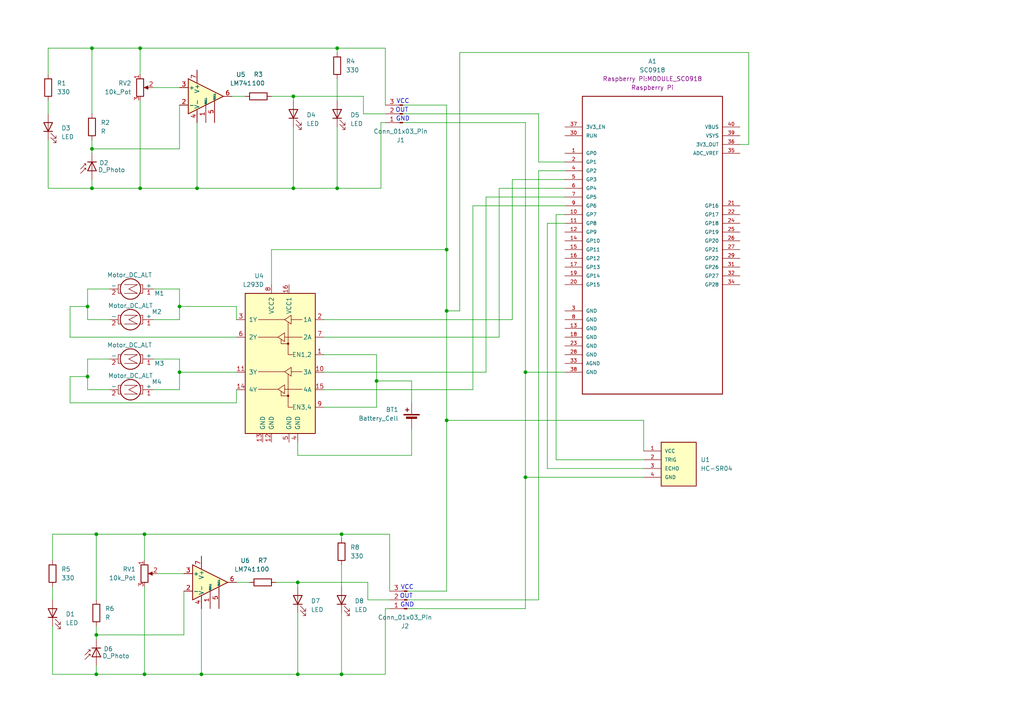
<source format=kicad_sch>
(kicad_sch (version 20231120) (generator "eeschema") (generator_version "8.0")
  (paper "A4")
  (lib_symbols
    (symbol "Amplifier_Operational:LM741" (pin_names (offset 0.127))
      (property "Reference" "U" (at 0 6.35 0))
      (property "Value" "LM741" (at 0 3.81 0))
      (symbol "LM741_0_1"
        (polyline (pts (xy -5.08 5.08) (xy 5.08 0) (xy -5.08 -5.08) (xy -5.08 5.08)) (stroke (width 0.254)) (fill (type background)))
      )
      (symbol "LM741_1_1"
        (pin input line (at 0 -7.62 90) (length 5.08) (name "NULL") (number "1"))
        (pin input line (at -7.62 -2.54 0) (length 2.54) (name "-") (number "2"))
        (pin input line (at -7.62 2.54 0) (length 2.54) (name "+") (number "3"))
        (pin power_in line (at -2.54 -7.62 90) (length 3.81) (name "V-") (number "4"))
        (pin input line (at 2.54 -7.62 90) (length 6.35) (name "NULL") (number "5"))
        (pin output line (at 7.62 0 180) (length 2.54) (name "~") (number "6"))
        (pin power_in line (at -2.54 7.62 270) (length 3.81) (name "V+") (number "7"))
        (pin no_connect line (at 0 2.54 270) (length 2.54) hide (name "NC") (number "8"))
      )
    )
    (symbol "Connector:Conn_01x03_Pin" (pin_names (offset 1.016) hide)
      (property "Reference" "J" (at 0 5.08 0))
      (property "Value" "Conn_01x03_Pin" (at 0 -5.08 0))
      (symbol "Conn_01x03_Pin_1_1"
        (polyline (pts (xy 1.27 -2.54) (xy 0.8636 -2.54)) (stroke (width 0.1524)))
        (polyline (pts (xy 1.27 0) (xy 0.8636 0)) (stroke (width 0.1524)))
        (polyline (pts (xy 1.27 2.54) (xy 0.8636 2.54)) (stroke (width 0.1524)))
        (rectangle (start 0.8636 -2.413) (end 0 -2.667) (stroke (width 0.1524)) (fill (type outline)))
        (rectangle (start 0.8636 0.127) (end 0 -0.127) (stroke (width 0.1524)) (fill (type outline)))
        (rectangle (start 0.8636 2.667) (end 0 2.413) (stroke (width 0.1524)) (fill (type outline)))
        (pin passive line (at 5.08 2.54 180) (length 3.81) (name "Pin_1") (number "1"))
        (pin passive line (at 5.08 0 180) (length 3.81) (name "Pin_2") (number "2"))
        (pin passive line (at 5.08 -2.54 180) (length 3.81) (name "Pin_3") (number "3"))
      )
    )
    (symbol "Device:Battery_Cell" (pin_numbers hide) (pin_names (offset 0) hide)
      (property "Reference" "BT" (at 2.54 2.54 0))
      (property "Value" "Battery_Cell" (at 2.54 0 0))
      (symbol "Battery_Cell_0_1"
        (rectangle (start -2.286 1.778) (end 2.286 1.524) (fill (type outline)))
        (rectangle (start -1.524 1.016) (end 1.524 0.508) (fill (type outline)))
        (polyline (pts (xy 0 0.762) (xy 0 0)))
        (polyline (pts (xy 0 1.778) (xy 0 2.54)))
        (polyline (pts (xy 0.762 3.048) (xy 1.778 3.048)) (stroke (width 0.254)))
        (polyline (pts (xy 1.27 3.556) (xy 1.27 2.54)) (stroke (width 0.254)))
      )
      (symbol "Battery_Cell_1_1"
        (pin passive line (at 0 5.08 270) (length 2.54) (name "+") (number "1"))
        (pin passive line (at 0 -2.54 90) (length 2.54) (name "-") (number "2"))
      )
    )
    (symbol "Device:D_Photo" (pin_numbers hide) (pin_names hide)
      (property "Reference" "D" (at 0.508 1.778 0))
      (property "Value" "D_Photo" (at -1.016 -2.794 0))
      (symbol "D_Photo_0_1"
        (polyline (pts (xy -2.54 1.27) (xy -2.54 -1.27)) (stroke (width 0.254)))
        (polyline (pts (xy -2.032 1.778) (xy -1.524 1.778)))
        (polyline (pts (xy 0 0) (xy -2.54 0)))
        (polyline (pts (xy -0.508 3.302) (xy -2.032 1.778) (xy -2.032 2.286)))
        (polyline (pts (xy 0 -1.27) (xy 0 1.27) (xy -2.54 0) (xy 0 -1.27)) (stroke (width 0.254)))
        (polyline (pts (xy 0.762 3.302) (xy -0.762 1.778) (xy -0.762 2.286) (xy -0.762 1.778) (xy -0.254 1.778)))
      )
      (symbol "D_Photo_1_1"
        (pin passive line (at -5.08 0 0) (length 2.54) (name "K") (number "1"))
        (pin passive line (at 2.54 0 180) (length 2.54) (name "A") (number "2"))
      )
    )
    (symbol "Device:LED" (pin_numbers hide) (pin_names (offset 1.016) hide)
      (property "Reference" "D" (at 0 2.54 0))
      (property "Value" "LED" (at 0 -2.54 0))
      (symbol "LED_0_1"
        (polyline (pts (xy -1.27 -1.27) (xy -1.27 1.27)) (stroke (width 0.254)))
        (polyline (pts (xy -1.27 0) (xy 1.27 0)))
        (polyline (pts (xy 1.27 -1.27) (xy 1.27 1.27) (xy -1.27 0) (xy 1.27 -1.27)) (stroke (width 0.254)))
        (polyline (pts (xy -3.048 -0.762) (xy -4.572 -2.286) (xy -3.81 -2.286) (xy -4.572 -2.286) (xy -4.572 -1.524)))
        (polyline (pts (xy -1.778 -0.762) (xy -3.302 -2.286) (xy -2.54 -2.286) (xy -3.302 -2.286) (xy -3.302 -1.524)))
      )
      (symbol "LED_1_1"
        (pin passive line (at -3.81 0 0) (length 2.54) (name "K") (number "1"))
        (pin passive line (at 3.81 0 180) (length 2.54) (name "A") (number "2"))
      )
    )
    (symbol "Device:R" (pin_numbers hide) (pin_names (offset 0))
      (property "Reference" "R" (at 2.032 0 90))
      (property "Value" "R" (at 0 0 90))
      (symbol "R_0_1"
        (rectangle (start -1.016 -2.54) (end 1.016 2.54) (stroke (width 0.254)))
      )
      (symbol "R_1_1"
        (pin passive line (at 0 3.81 270) (length 1.27) (name "~") (number "1"))
        (pin passive line (at 0 -3.81 90) (length 1.27) (name "~") (number "2"))
      )
    )
    (symbol "Device:R_Potentiometer" (pin_names (offset 1.016) hide)
      (property "Reference" "RV" (at -4.445 0 90))
      (property "Value" "R_Potentiometer" (at -2.54 0 90))
      (symbol "R_Potentiometer_0_1"
        (polyline (pts (xy 2.54 0) (xy 1.524 0)))
        (polyline (pts (xy 1.143 0) (xy 2.286 0.508) (xy 2.286 -0.508) (xy 1.143 0)) (fill (type outline)))
        (rectangle (start 1.016 2.54) (end -1.016 -2.54) (stroke (width 0.254)))
      )
      (symbol "R_Potentiometer_1_1"
        (pin passive line (at 0 3.81 270) (length 1.27) (name "1") (number "1"))
        (pin passive line (at 3.81 0 180) (length 1.27) (name "2") (number "2"))
        (pin passive line (at 0 -3.81 90) (length 1.27) (name "3") (number "3"))
      )
    )
    (symbol "Driver_Motor:L293D" (pin_names (offset 1.016))
      (property "Reference" "U" (at -5.08 26.035 0))
      (property "Value" "L293D" (at -5.08 24.13 0))
      (symbol "L293D_0_1"
        (rectangle (start -10.16 22.86) (end 10.16 -17.78) (stroke (width 0.254)) (fill (type background)))
        (circle (center -2.286 -6.858) (radius 0.254) (fill (type outline)))
        (circle (center -2.286 8.255) (radius 0.254) (fill (type outline)))
        (polyline (pts (xy -6.35 -4.953) (xy -1.27 -4.953)))
        (polyline (pts (xy -6.35 0.127) (xy -3.175 0.127)))
        (polyline (pts (xy -6.35 10.16) (xy -1.27 10.16)))
        (polyline (pts (xy -6.35 15.24) (xy -3.175 15.24)))
        (polyline (pts (xy -1.27 0.127) (xy 6.35 0.127)))
        (polyline (pts (xy -1.27 15.24) (xy 6.35 15.24)))
        (polyline (pts (xy 0.635 -4.953) (xy 6.35 -4.953)))
        (polyline (pts (xy 0.635 10.16) (xy 6.35 10.16)))
        (polyline (pts (xy -2.286 -6.858) (xy -0.254 -6.858) (xy -0.254 -5.588)))
        (polyline (pts (xy -2.286 -0.635) (xy -2.286 -10.16) (xy -3.556 -10.16)))
        (polyline (pts (xy -2.286 8.255) (xy -0.254 8.255) (xy -0.254 9.525)))
        (polyline (pts (xy -2.286 14.478) (xy -2.286 5.08) (xy -3.556 5.08)))
        (polyline (pts (xy -3.175 1.397) (xy -3.175 -1.143) (xy -1.27 0.127) (xy -3.175 1.397)))
        (polyline (pts (xy -3.175 16.51) (xy -3.175 13.97) (xy -1.27 15.24) (xy -3.175 16.51)))
        (polyline (pts (xy -1.27 -3.683) (xy -1.27 -6.223) (xy 0.635 -4.953) (xy -1.27 -3.683)))
        (polyline (pts (xy -1.27 11.43) (xy -1.27 8.89) (xy 0.635 10.16) (xy -1.27 11.43)))
      )
      (symbol "L293D_1_1"
        (pin input line (at -12.7 5.08 0) (length 2.54) (name "EN1,2") (number "1"))
        (pin input line (at -12.7 0 0) (length 2.54) (name "3A") (number "10"))
        (pin output line (at 12.7 0 180) (length 2.54) (name "3Y") (number "11"))
        (pin power_in line (at 2.54 -20.32 90) (length 2.54) (name "GND") (number "12"))
        (pin power_in line (at 5.08 -20.32 90) (length 2.54) (name "GND") (number "13"))
        (pin output line (at 12.7 -5.08 180) (length 2.54) (name "4Y") (number "14"))
        (pin input line (at -12.7 -5.08 0) (length 2.54) (name "4A") (number "15"))
        (pin power_in line (at -2.54 25.4 270) (length 2.54) (name "VCC1") (number "16"))
        (pin input line (at -12.7 15.24 0) (length 2.54) (name "1A") (number "2"))
        (pin output line (at 12.7 15.24 180) (length 2.54) (name "1Y") (number "3"))
        (pin power_in line (at -5.08 -20.32 90) (length 2.54) (name "GND") (number "4"))
        (pin power_in line (at -2.54 -20.32 90) (length 2.54) (name "GND") (number "5"))
        (pin output line (at 12.7 10.16 180) (length 2.54) (name "2Y") (number "6"))
        (pin input line (at -12.7 10.16 0) (length 2.54) (name "2A") (number "7"))
        (pin power_in line (at 2.54 25.4 270) (length 2.54) (name "VCC2") (number "8"))
        (pin input line (at -12.7 -10.16 0) (length 2.54) (name "EN3,4") (number "9"))
      )
    )
    (symbol "HC-SR04:HC-SR04" (pin_names (offset 1.016))
      (property "Reference" "U" (at 0 5.0813 0))
      (property "Value" "HC-SR04" (at 0 -10.163 0))
      (symbol "HC-SR04_0_0"
        (rectangle (start 0 -7.62) (end 10.16 5.08) (stroke (width 0.254)) (fill (type background)))
        (pin power_in line (at -5.08 2.54 0) (length 5.08) (name "VCC") (number "1"))
        (pin bidirectional line (at -5.08 0 0) (length 5.08) (name "TRIG") (number "2"))
        (pin bidirectional line (at -5.08 -2.54 0) (length 5.08) (name "ECHO") (number "3"))
        (pin power_in line (at -5.08 -5.08 0) (length 5.08) (name "GND") (number "4"))
      )
    )
    (symbol "Motor:Motor_DC_ALT" (pin_names (offset 0))
      (property "Reference" "M" (at 2.54 2.54 0))
      (property "Value" "Motor_DC_ALT" (at 2.54 -5.08 0))
      (symbol "Motor_DC_ALT_0_0"
        (circle (center 0 -1.524) (radius 2.9718) (stroke (width 0.254)))
        (polyline (pts (xy -1.27 -4.318) (xy -1.27 -5.08) (xy 1.27 -5.08) (xy 1.27 -4.318)))
        (polyline (pts (xy -1.27 1.27) (xy -1.27 2.032) (xy 1.27 2.032) (xy 1.27 1.27)))
        (polyline (pts (xy -1.27 -3.302) (xy -1.27 0.508) (xy 0 -2.032) (xy 1.27 0.508) (xy 1.27 -3.302)))
      )
      (symbol "Motor_DC_ALT_0_1"
        (polyline (pts (xy 0 2.032) (xy 0 2.54)))
      )
      (symbol "Motor_DC_ALT_1_1"
        (pin passive line (at 0 5.08 270) (length 2.54) (name "+") (number "1"))
        (pin passive line (at 0 -7.62 90) (length 2.54) (name "-") (number "2"))
      )
    )
    (symbol "Pico_w:SC0918" (pin_names (offset 1.016))
      (property "Reference" "A1" (at 0 58.42 0))
      (property "Value" "SC0918" (at 0 55.88 0))
      (property "Footprint" "Raspberry Pi:MODULE_SC0918" (at -12.7 -46.99 0))
      (property "manufacturer" "Raspberry Pi" (at 0 53.34 0))
      (symbol "SC0918_0_0"
        (rectangle (start -20.32 -43.18) (end 20.32 43.18) (stroke (width 0.254)))
        (pin bidirectional line (at -25.4 26.67 0) (length 5.08) (name "GP0") (number "1"))
        (pin bidirectional line (at -25.4 8.89 0) (length 5.08) (name "GP7") (number "10"))
        (pin bidirectional line (at -25.4 6.35 0) (length 5.08) (name "GP8") (number "11"))
        (pin bidirectional line (at -25.4 3.81 0) (length 5.08) (name "GP9") (number "12"))
        (pin power_in line (at -25.4 -24.13 0) (length 5.08) (name "GND") (number "13"))
        (pin bidirectional line (at -25.4 1.27 0) (length 5.08) (name "GP10") (number "14"))
        (pin bidirectional line (at -25.4 -1.27 0) (length 5.08) (name "GP11") (number "15"))
        (pin bidirectional line (at -25.4 -3.81 0) (length 5.08) (name "GP12") (number "16"))
        (pin bidirectional line (at -25.4 -6.35 0) (length 5.08) (name "GP13") (number "17"))
        (pin power_in line (at -25.4 -26.67 0) (length 5.08) (name "GND") (number "18"))
        (pin bidirectional line (at -25.4 -8.89 0) (length 5.08) (name "GP14") (number "19"))
        (pin bidirectional line (at -25.4 24.13 0) (length 5.08) (name "GP1") (number "2"))
        (pin bidirectional line (at -25.4 -11.43 0) (length 5.08) (name "GP15") (number "20"))
        (pin bidirectional line (at 25.4 11.43 180) (length 5.08) (name "GP16") (number "21"))
        (pin bidirectional line (at 25.4 8.89 180) (length 5.08) (name "GP17") (number "22"))
        (pin power_in line (at -25.4 -29.21 0) (length 5.08) (name "GND") (number "23"))
        (pin bidirectional line (at 25.4 6.35 180) (length 5.08) (name "GP18") (number "24"))
        (pin bidirectional line (at 25.4 3.81 180) (length 5.08) (name "GP19") (number "25"))
        (pin bidirectional line (at 25.4 1.27 180) (length 5.08) (name "GP20") (number "26"))
        (pin bidirectional line (at 25.4 -1.27 180) (length 5.08) (name "GP21") (number "27"))
        (pin power_in line (at -25.4 -31.75 0) (length 5.08) (name "GND") (number "28"))
        (pin bidirectional line (at 25.4 -3.81 180) (length 5.08) (name "GP22") (number "29"))
        (pin power_in line (at -25.4 -19.05 0) (length 5.08) (name "GND") (number "3"))
        (pin input line (at -25.4 31.75 0) (length 5.08) (name "RUN") (number "30"))
        (pin bidirectional line (at 25.4 -6.35 180) (length 5.08) (name "GP26") (number "31"))
        (pin bidirectional line (at 25.4 -8.89 180) (length 5.08) (name "GP27") (number "32"))
        (pin power_in line (at -25.4 -34.29 0) (length 5.08) (name "AGND") (number "33"))
        (pin bidirectional line (at 25.4 -11.43 180) (length 5.08) (name "GP28") (number "34"))
        (pin power_in line (at 25.4 26.67 180) (length 5.08) (name "ADC_VREF") (number "35"))
        (pin power_in line (at 25.4 29.21 180) (length 5.08) (name "3V3_OUT") (number "36"))
        (pin input line (at -25.4 34.29 0) (length 5.08) (name "3V3_EN") (number "37"))
        (pin power_in line (at -25.4 -36.83 0) (length 5.08) (name "GND") (number "38"))
        (pin free line (at 25.4 31.75 180) (length 5.08) (name "VSYS") (number "39"))
        (pin bidirectional line (at -25.4 21.59 0) (length 5.08) (name "GP2") (number "4"))
        (pin free line (at 25.4 34.29 180) (length 5.08) (name "VBUS") (number "40"))
        (pin bidirectional line (at -25.4 19.05 0) (length 5.08) (name "GP3") (number "5"))
        (pin bidirectional line (at -25.4 16.51 0) (length 5.08) (name "GP4") (number "6"))
        (pin bidirectional line (at -25.4 13.97 0) (length 5.08) (name "GP5") (number "7"))
        (pin power_in line (at -25.4 -21.59 0) (length 5.08) (name "GND") (number "8"))
        (pin bidirectional line (at -25.4 11.43 0) (length 5.08) (name "GP6") (number "9"))
      )
    )
  )
  (junction (at 58.42 195.58))
  (junction (at 27.94 154.94))
  (junction (at 40.64 54.61))
  (junction (at 99.06 154.94))
  (junction (at 97.79 54.61))
  (junction (at 129.54 72.39))
  (junction (at 57.15 54.61))
  (junction (at 27.94 195.58))
  (junction (at 41.91 195.58))
  (junction (at 25.4 109.22))
  (junction (at 97.79 13.97))
  (junction (at 26.67 13.97))
  (junction (at 25.4 88.9))
  (junction (at 27.94 184.15))
  (junction (at 41.91 154.94))
  (junction (at 86.36 195.58))
  (junction (at 99.06 195.58))
  (junction (at 129.54 90.17))
  (junction (at 109.22 110.49))
  (junction (at 40.64 13.97))
  (junction (at 85.09 27.94))
  (junction (at 152.4 138.43))
  (junction (at 152.4 107.95))
  (junction (at 86.36 168.91))
  (junction (at 26.67 43.18))
  (junction (at 85.09 54.61))
  (junction (at 52.07 88.9))
  (junction (at 26.67 54.61))
  (junction (at 129.54 121.92))
  (junction (at 52.07 107.95))
  (wire (pts (xy 109.22 118.11) (xy 109.22 110.49)))
  (wire (pts (xy 133.35 90.17) (xy 133.35 15.24)))
  (wire (pts (xy 27.94 184.15) (xy 27.94 185.42)))
  (wire (pts (xy 129.54 30.48) (xy 129.54 72.39)))
  (wire (pts (xy 25.4 92.71) (xy 31.75 92.71)))
  (wire (pts (xy 144.78 97.79) (xy 144.78 54.61)))
  (wire (pts (xy 52.07 107.95) (xy 52.07 113.03)))
  (wire (pts (xy 86.36 132.08) (xy 86.36 128.27)))
  (wire (pts (xy 41.91 195.58) (xy 41.91 170.18)))
  (wire (pts (xy 113.03 154.94) (xy 99.06 154.94)))
  (wire (pts (xy 148.59 92.71) (xy 148.59 52.07)))
  (wire (pts (xy 161.29 133.35) (xy 161.29 62.23)))
  (wire (pts (xy 78.74 82.55) (xy 78.74 72.39)))
  (wire (pts (xy 186.69 138.43) (xy 152.4 138.43)))
  (wire (pts (xy 15.24 181.61) (xy 15.24 195.58)))
  (wire (pts (xy 86.36 177.8) (xy 86.36 195.58)))
  (wire (pts (xy 25.4 104.14) (xy 25.4 109.22)))
  (wire (pts (xy 25.4 83.82) (xy 25.4 88.9)))
  (wire (pts (xy 186.69 130.81) (xy 186.69 121.92)))
  (wire (pts (xy 137.16 113.03) (xy 137.16 59.69)))
  (wire (pts (xy 119.38 132.08) (xy 86.36 132.08)))
  (wire (pts (xy 53.34 171.45) (xy 53.34 184.15)))
  (wire (pts (xy 58.42 176.53) (xy 58.42 195.58)))
  (wire (pts (xy 186.69 135.89) (xy 158.75 135.89)))
  (wire (pts (xy 110.49 35.56) (xy 111.76 35.56)))
  (wire (pts (xy 111.76 195.58) (xy 111.76 176.53)))
  (wire (pts (xy 31.75 104.14) (xy 25.4 104.14)))
  (wire (pts (xy 109.22 110.49) (xy 119.38 110.49)))
  (wire (pts (xy 156.21 173.99) (xy 156.21 49.53)))
  (wire (pts (xy 140.97 107.95) (xy 140.97 57.15)))
  (wire (pts (xy 44.45 25.4) (xy 52.07 25.4)))
  (wire (pts (xy 105.41 33.02) (xy 111.76 33.02)))
  (wire (pts (xy 116.84 30.48) (xy 129.54 30.48)))
  (wire (pts (xy 15.24 170.18) (xy 15.24 173.99)))
  (wire (pts (xy 27.94 154.94) (xy 41.91 154.94)))
  (wire (pts (xy 106.68 173.99) (xy 113.03 173.99)))
  (wire (pts (xy 68.58 107.95) (xy 52.07 107.95)))
  (wire (pts (xy 27.94 181.61) (xy 27.94 184.15)))
  (wire (pts (xy 116.84 35.56) (xy 152.4 35.56)))
  (wire (pts (xy 129.54 90.17) (xy 133.35 90.17)))
  (wire (pts (xy 105.41 27.94) (xy 105.41 33.02)))
  (wire (pts (xy 118.11 171.45) (xy 129.54 171.45)))
  (wire (pts (xy 158.75 64.77) (xy 163.83 64.77)))
  (wire (pts (xy 86.36 168.91) (xy 106.68 168.91)))
  (wire (pts (xy 26.67 54.61) (xy 40.64 54.61)))
  (wire (pts (xy 27.94 195.58) (xy 41.91 195.58)))
  (wire (pts (xy 85.09 54.61) (xy 97.79 54.61)))
  (wire (pts (xy 57.15 54.61) (xy 85.09 54.61)))
  (wire (pts (xy 156.21 49.53) (xy 163.83 49.53)))
  (wire (pts (xy 140.97 57.15) (xy 163.83 57.15)))
  (wire (pts (xy 129.54 72.39) (xy 129.54 90.17)))
  (wire (pts (xy 68.58 116.84) (xy 20.32 116.84)))
  (wire (pts (xy 15.24 162.56) (xy 15.24 154.94)))
  (wire (pts (xy 68.58 88.9) (xy 68.58 92.71)))
  (wire (pts (xy 99.06 163.83) (xy 99.06 170.18)))
  (wire (pts (xy 68.58 168.91) (xy 72.39 168.91)))
  (wire (pts (xy 52.07 43.18) (xy 26.67 43.18)))
  (wire (pts (xy 111.76 30.48) (xy 111.76 13.97)))
  (wire (pts (xy 93.98 92.71) (xy 148.59 92.71)))
  (wire (pts (xy 13.97 40.64) (xy 13.97 54.61)))
  (wire (pts (xy 156.21 46.99) (xy 163.83 46.99)))
  (wire (pts (xy 26.67 13.97) (xy 40.64 13.97)))
  (wire (pts (xy 161.29 62.23) (xy 163.83 62.23)))
  (wire (pts (xy 41.91 154.94) (xy 41.91 162.56)))
  (wire (pts (xy 27.94 195.58) (xy 27.94 193.04)))
  (wire (pts (xy 99.06 154.94) (xy 99.06 156.21)))
  (wire (pts (xy 80.01 168.91) (xy 86.36 168.91)))
  (wire (pts (xy 93.98 97.79) (xy 144.78 97.79)))
  (wire (pts (xy 25.4 109.22) (xy 25.4 113.03)))
  (wire (pts (xy 119.38 110.49) (xy 119.38 116.84)))
  (wire (pts (xy 26.67 54.61) (xy 26.67 52.07)))
  (wire (pts (xy 68.58 116.84) (xy 68.58 113.03)))
  (wire (pts (xy 99.06 195.58) (xy 99.06 177.8)))
  (wire (pts (xy 97.79 54.61) (xy 110.49 54.61)))
  (wire (pts (xy 20.32 97.79) (xy 20.32 88.9)))
  (wire (pts (xy 25.4 88.9) (xy 25.4 92.71)))
  (wire (pts (xy 41.91 154.94) (xy 99.06 154.94)))
  (wire (pts (xy 25.4 88.9) (xy 20.32 88.9)))
  (wire (pts (xy 152.4 35.56) (xy 152.4 107.95)))
  (wire (pts (xy 26.67 43.18) (xy 26.67 44.45)))
  (wire (pts (xy 129.54 90.17) (xy 129.54 121.92)))
  (wire (pts (xy 85.09 27.94) (xy 85.09 29.21)))
  (wire (pts (xy 45.72 166.37) (xy 53.34 166.37)))
  (wire (pts (xy 25.4 113.03) (xy 31.75 113.03)))
  (wire (pts (xy 15.24 154.94) (xy 27.94 154.94)))
  (wire (pts (xy 93.98 113.03) (xy 137.16 113.03)))
  (wire (pts (xy 67.31 27.94) (xy 71.12 27.94)))
  (wire (pts (xy 13.97 29.21) (xy 13.97 33.02)))
  (wire (pts (xy 78.74 72.39) (xy 129.54 72.39)))
  (wire (pts (xy 97.79 22.86) (xy 97.79 29.21)))
  (wire (pts (xy 97.79 54.61) (xy 97.79 36.83)))
  (wire (pts (xy 40.64 54.61) (xy 57.15 54.61)))
  (wire (pts (xy 53.34 184.15) (xy 27.94 184.15)))
  (wire (pts (xy 25.4 109.22) (xy 20.32 109.22)))
  (wire (pts (xy 20.32 116.84) (xy 20.32 109.22)))
  (wire (pts (xy 152.4 107.95) (xy 163.83 107.95)))
  (wire (pts (xy 111.76 13.97) (xy 97.79 13.97)))
  (wire (pts (xy 52.07 113.03) (xy 44.45 113.03)))
  (wire (pts (xy 113.03 171.45) (xy 113.03 154.94)))
  (wire (pts (xy 52.07 88.9) (xy 52.07 92.71)))
  (wire (pts (xy 156.21 33.02) (xy 156.21 46.99)))
  (wire (pts (xy 217.17 15.24) (xy 217.17 41.91)))
  (wire (pts (xy 40.64 13.97) (xy 97.79 13.97)))
  (wire (pts (xy 93.98 107.95) (xy 140.97 107.95)))
  (wire (pts (xy 137.16 59.69) (xy 163.83 59.69)))
  (wire (pts (xy 68.58 97.79) (xy 20.32 97.79)))
  (wire (pts (xy 40.64 54.61) (xy 40.64 29.21)))
  (wire (pts (xy 148.59 52.07) (xy 163.83 52.07)))
  (wire (pts (xy 68.58 88.9) (xy 52.07 88.9)))
  (wire (pts (xy 13.97 13.97) (xy 26.67 13.97)))
  (wire (pts (xy 40.64 13.97) (xy 40.64 21.59)))
  (wire (pts (xy 186.69 133.35) (xy 161.29 133.35)))
  (wire (pts (xy 26.67 13.97) (xy 26.67 33.02)))
  (wire (pts (xy 13.97 21.59) (xy 13.97 13.97)))
  (wire (pts (xy 27.94 154.94) (xy 27.94 173.99)))
  (wire (pts (xy 52.07 30.48) (xy 52.07 43.18)))
  (wire (pts (xy 52.07 83.82) (xy 44.45 83.82)))
  (wire (pts (xy 133.35 15.24) (xy 217.17 15.24)))
  (wire (pts (xy 85.09 36.83) (xy 85.09 54.61)))
  (wire (pts (xy 116.84 33.02) (xy 156.21 33.02)))
  (wire (pts (xy 86.36 195.58) (xy 99.06 195.58)))
  (wire (pts (xy 158.75 135.89) (xy 158.75 64.77)))
  (wire (pts (xy 152.4 138.43) (xy 152.4 176.53)))
  (wire (pts (xy 119.38 124.46) (xy 119.38 132.08)))
  (wire (pts (xy 110.49 54.61) (xy 110.49 35.56)))
  (wire (pts (xy 144.78 54.61) (xy 163.83 54.61)))
  (wire (pts (xy 13.97 54.61) (xy 26.67 54.61)))
  (wire (pts (xy 52.07 104.14) (xy 44.45 104.14)))
  (wire (pts (xy 93.98 118.11) (xy 109.22 118.11)))
  (wire (pts (xy 58.42 195.58) (xy 86.36 195.58)))
  (wire (pts (xy 109.22 102.87) (xy 93.98 102.87)))
  (wire (pts (xy 85.09 27.94) (xy 105.41 27.94)))
  (wire (pts (xy 52.07 104.14) (xy 52.07 107.95)))
  (wire (pts (xy 26.67 40.64) (xy 26.67 43.18)))
  (wire (pts (xy 78.74 27.94) (xy 85.09 27.94)))
  (wire (pts (xy 217.17 41.91) (xy 214.63 41.91)))
  (wire (pts (xy 57.15 35.56) (xy 57.15 54.61)))
  (wire (pts (xy 97.79 13.97) (xy 97.79 15.24)))
  (wire (pts (xy 31.75 83.82) (xy 25.4 83.82)))
  (wire (pts (xy 152.4 107.95) (xy 152.4 138.43)))
  (wire (pts (xy 52.07 83.82) (xy 52.07 88.9)))
  (wire (pts (xy 118.11 176.53) (xy 152.4 176.53)))
  (wire (pts (xy 186.69 121.92) (xy 129.54 121.92)))
  (wire (pts (xy 41.91 195.58) (xy 58.42 195.58)))
  (wire (pts (xy 106.68 168.91) (xy 106.68 173.99)))
  (wire (pts (xy 99.06 195.58) (xy 111.76 195.58)))
  (wire (pts (xy 86.36 168.91) (xy 86.36 170.18)))
  (wire (pts (xy 15.24 195.58) (xy 27.94 195.58)))
  (wire (pts (xy 118.11 173.99) (xy 156.21 173.99)))
  (wire (pts (xy 109.22 110.49) (xy 109.22 102.87)))
  (wire (pts (xy 52.07 92.71) (xy 44.45 92.71)))
  (wire (pts (xy 129.54 121.92) (xy 129.54 171.45)))
  (wire (pts (xy 111.76 176.53) (xy 113.03 176.53)))
  (text "OUT" (at 116.586 32.004 0) (effects (font (size 1.27 1.27))))
  (text "GND\n" (at 118.11 175.514 0) (effects (font (size 1.27 1.27))))
  (text "OUT" (at 117.856 172.974 0) (effects (font (size 1.27 1.27))))
  (text "VCC" (at 118.11 170.434 0) (effects (font (size 1.27 1.27))))
  (text "VCC" (at 116.84 29.464 0) (effects (font (size 1.27 1.27))))
  (text "GND\n" (at 116.84 34.544 0) (effects (font (size 1.27 1.27))))
  (symbol (lib_id "Device:LED") (at 86.36 173.99 90) (unit 1)
    (property "Reference" "D7" (at 90.17 174.3074 90) (effects (justify right)))
    (property "Value" "LED" (at 90.17 176.8474 90) (effects (justify right)))
    (property "Description" "Light emitting diode" (effects (hide yes)))
  )
  (symbol (lib_id "Connector:Conn_01x03_Pin") (at 116.84 33.02 180) (unit 1)
    (property "Reference" "J1" (at 116.205 40.64 0))
    (property "Value" "Conn_01x03_Pin" (at 116.205 38.1 0))
    (property "Description" "Generic connector, single row, 01x03, script generated" (effects (hide yes)))
  )
  (symbol (lib_id "Device:D_Photo") (at 26.67 49.53 90) (mirror x) (unit 1)
    (property "Reference" "D2" (at 31.496 47.244 90) (effects (justify left)))
    (property "Value" "D_Photo" (at 36.322 49.276 90) (effects (justify left)))
    (property "Description" "Photodiode" (effects (hide yes)))
  )
  (symbol (lib_id "Connector:Conn_01x03_Pin") (at 118.11 173.99 180) (unit 1)
    (property "Reference" "J2" (at 117.475 181.61 0))
    (property "Value" "Conn_01x03_Pin" (at 117.475 179.07 0))
    (property "Description" "Generic connector, single row, 01x03, script generated" (effects (hide yes)))
  )
  (symbol (lib_id "Pico_w:SC0918") (at 189.23 71.12 0) (unit 1)
    (property "Reference" "A1" (at 189.23 17.78 0))
    (property "Value" "SC0918" (at 189.23 20.32 0))
    (property "Footprint" "Raspberry Pi:MODULE_SC0918" (at 189.23 22.86 0))
    (property "Datasheet" "https://datasheets.raspberrypi.com/picow/pico-w-datasheet.pdf" (effects (hide yes)))
    (property "manufacturer" "Raspberry Pi" (at 189.23 25.4 0))
    (property "P/N" "SC0918" (effects (hide yes)))
    (property "PARTREV" "1.6" (effects (hide yes)))
    (property "MAXIMUM_PACKAGE_HEIGHT" "3.73mm" (effects (hide yes)))
  )
  (symbol (lib_id "Amplifier_Operational:LM741") (at 59.69 27.94 0) (unit 1)
    (property "Reference" "U5" (at 69.85 21.6214 0))
    (property "Value" "LM741" (at 69.85 24.1614 0))
    (property "Datasheet" "http://www.ti.com/lit/ds/symlink/lm741.pdf" (effects (hide yes)))
    (property "Description" "Operational Amplifier, DIP-8/TO-99-8" (effects (hide yes)))
  )
  (symbol (lib_id "HC-SR04:HC-SR04") (at 191.77 133.35 0) (unit 1)
    (property "Reference" "U1" (at 203.2 133.3499 0) (effects (justify left)))
    (property "Value" "HC-SR04" (at 203.2 135.8899 0) (effects (justify left)))
    (property "Footprint" "HC-SR04:XCVR_HC-SR04" (effects (hide yes)))
    (property "MF" "OSEPP Electronics LTD" (effects (hide yes)))
    (property "Description_1" "\nUltrasonic Sensor Module,Rectangular,20-4000 mm,5 V,15 mA,Arduino Compatible | OSEPP HC-SR04\n" (effects (hide yes)))
    (property "Package" "None" (effects (hide yes)))
    (property "Price" "None" (effects (hide yes)))
    (property "Check_prices" "https://www.snapeda.com/parts/HC-SR04/Applied+Avionics/view-part/?ref=eda" (effects (hide yes)))
    (property "SnapEDA_Link" "https://www.snapeda.com/parts/HC-SR04/Applied+Avionics/view-part/?ref=snap" (effects (hide yes)))
    (property "MP" "HC-SR04" (effects (hide yes)))
    (property "Purchase-URL" "https://www.snapeda.com/api/url_track_click_mouser/?unipart_id=4702917&manufacturer=OSEPP Electronics LTD&part_name=HC-SR04&search_term=hc-sr04" (effects (hide yes)))
    (property "Availability" "In Stock" (effects (hide yes)))
    (property "MANUFACTURER" "Osepp" (effects (hide yes)))
  )
  (symbol (lib_id "Device:LED") (at 15.24 177.8 90) (unit 1)
    (property "Reference" "D1" (at 19.05 178.1174 90) (effects (justify right)))
    (property "Value" "LED" (at 19.05 180.6574 90) (effects (justify right)))
    (property "Description" "Light emitting diode" (effects (hide yes)))
  )
  (symbol (lib_id "Device:R") (at 76.2 168.91 90) (unit 1)
    (property "Reference" "R7" (at 76.2 162.56 90))
    (property "Value" "100" (at 76.2 165.1 90))
    (property "Description" "Resistor" (effects (hide yes)))
  )
  (symbol (lib_id "Device:R_Potentiometer") (at 41.91 166.37 0) (unit 1)
    (property "Reference" "RV1" (at 39.37 165.0999 0) (effects (justify right)))
    (property "Value" "10k_Pot" (at 39.37 167.6399 0) (effects (justify right)))
    (property "Description" "Potentiometer" (effects (hide yes)))
  )
  (symbol (lib_id "Motor:Motor_DC_ALT") (at 39.37 113.03 270) (mirror x) (unit 1)
    (property "Reference" "M4" (at 45.466 110.744 90))
    (property "Value" "Motor_DC_ALT" (at 37.846 108.966 90))
    (property "Description" "DC Motor, alternative symbol" (effects (hide yes)))
  )
  (symbol (lib_id "Device:R") (at 13.97 25.4 0) (unit 1)
    (property "Reference" "R1" (at 16.51 24.1299 0) (effects (justify left)))
    (property "Value" "330" (at 16.51 26.6699 0) (effects (justify left)))
    (property "Description" "Resistor" (effects (hide yes)))
  )
  (symbol (lib_id "Driver_Motor:L293D") (at 81.28 107.95 0) (mirror y) (unit 1)
    (property "Reference" "U4" (at 76.5459 80.01 0) (effects (justify left)))
    (property "Value" "L293D" (at 76.5459 82.55 0) (effects (justify left)))
    (property "Footprint" "Package_DIP:DIP-16_W7.62mm" (effects (hide yes)))
    (property "Datasheet" "http://www.ti.com/lit/ds/symlink/l293.pdf" (effects (hide yes)))
    (property "Description" "Quadruple Half-H Drivers" (effects (hide yes)))
  )
  (symbol (lib_id "Device:R") (at 74.93 27.94 90) (unit 1)
    (property "Reference" "R3" (at 74.93 21.59 90))
    (property "Value" "100" (at 74.93 24.13 90))
    (property "Description" "Resistor" (effects (hide yes)))
  )
  (symbol (lib_id "Device:R") (at 27.94 177.8 0) (unit 1)
    (property "Reference" "R6" (at 30.48 176.5299 0) (effects (justify left)))
    (property "Value" "R" (at 30.48 179.0699 0) (effects (justify left)))
    (property "Description" "Resistor" (effects (hide yes)))
  )
  (symbol (lib_id "Device:R") (at 15.24 166.37 0) (unit 1)
    (property "Reference" "R5" (at 17.78 165.0999 0) (effects (justify left)))
    (property "Value" "330" (at 17.78 167.6399 0) (effects (justify left)))
    (property "Description" "Resistor" (effects (hide yes)))
  )
  (symbol (lib_id "Device:R_Potentiometer") (at 40.64 25.4 0) (unit 1)
    (property "Reference" "RV2" (at 38.1 24.1299 0) (effects (justify right)))
    (property "Value" "10k_Pot" (at 38.1 26.6699 0) (effects (justify right)))
    (property "Description" "Potentiometer" (effects (hide yes)))
  )
  (symbol (lib_id "Device:Battery_Cell") (at 119.38 121.92 0) (mirror y) (unit 1)
    (property "Reference" "BT1" (at 115.57 118.8084 0) (effects (justify left)))
    (property "Value" "Battery_Cell" (at 115.57 121.3484 0) (effects (justify left)))
    (property "Description" "Single-cell battery" (effects (hide yes)))
  )
  (symbol (lib_id "Motor:Motor_DC_ALT") (at 39.37 104.14 270) (mirror x) (unit 1)
    (property "Reference" "M3" (at 46.228 105.41 90))
    (property "Value" "Motor_DC_ALT" (at 37.592 100.076 90))
    (property "Description" "DC Motor, alternative symbol" (effects (hide yes)))
  )
  (symbol (lib_id "Device:LED") (at 85.09 33.02 90) (unit 1)
    (property "Reference" "D4" (at 88.9 33.3374 90) (effects (justify right)))
    (property "Value" "LED" (at 88.9 35.8774 90) (effects (justify right)))
    (property "Description" "Light emitting diode" (effects (hide yes)))
  )
  (symbol (lib_id "Motor:Motor_DC_ALT") (at 39.37 83.82 270) (mirror x) (unit 1)
    (property "Reference" "M1" (at 46.228 85.09 90))
    (property "Value" "Motor_DC_ALT" (at 37.592 79.756 90))
    (property "Description" "DC Motor, alternative symbol" (effects (hide yes)))
  )
  (symbol (lib_id "Device:R") (at 97.79 19.05 180) (unit 1)
    (property "Reference" "R4" (at 100.33 17.7799 0) (effects (justify right)))
    (property "Value" "330" (at 100.33 20.3199 0) (effects (justify right)))
    (property "Description" "Resistor" (effects (hide yes)))
  )
  (symbol (lib_id "Device:LED") (at 99.06 173.99 90) (unit 1)
    (property "Reference" "D8" (at 102.87 174.3074 90) (effects (justify right)))
    (property "Value" "LED" (at 102.87 176.8474 90) (effects (justify right)))
    (property "Description" "Light emitting diode" (effects (hide yes)))
  )
  (symbol (lib_id "Motor:Motor_DC_ALT") (at 39.37 92.71 270) (mirror x) (unit 1)
    (property "Reference" "M2" (at 45.466 90.424 90))
    (property "Value" "Motor_DC_ALT" (at 37.846 88.646 90))
    (property "Description" "DC Motor, alternative symbol" (effects (hide yes)))
  )
  (symbol (lib_id "Device:R") (at 99.06 160.02 180) (unit 1)
    (property "Reference" "R8" (at 101.6 158.7499 0) (effects (justify right)))
    (property "Value" "330" (at 101.6 161.2899 0) (effects (justify right)))
    (property "Description" "Resistor" (effects (hide yes)))
  )
  (symbol (lib_id "Device:R") (at 26.67 36.83 0) (unit 1)
    (property "Reference" "R2" (at 29.21 35.5599 0) (effects (justify left)))
    (property "Value" "R" (at 29.21 38.0999 0) (effects (justify left)))
    (property "Description" "Resistor" (effects (hide yes)))
  )
  (symbol (lib_id "Amplifier_Operational:LM741") (at 60.96 168.91 0) (unit 1)
    (property "Reference" "U6" (at 71.12 162.5914 0))
    (property "Value" "LM741" (at 71.12 165.1314 0))
    (property "Datasheet" "http://www.ti.com/lit/ds/symlink/lm741.pdf" (effects (hide yes)))
    (property "Description" "Operational Amplifier, DIP-8/TO-99-8" (effects (hide yes)))
  )
  (symbol (lib_id "Device:LED") (at 97.79 33.02 90) (unit 1)
    (property "Reference" "D5" (at 101.6 33.3374 90) (effects (justify right)))
    (property "Value" "LED" (at 101.6 35.8774 90) (effects (justify right)))
    (property "Description" "Light emitting diode" (effects (hide yes)))
  )
  (symbol (lib_id "Device:LED") (at 13.97 36.83 90) (unit 1)
    (property "Reference" "D3" (at 17.78 37.1474 90) (effects (justify right)))
    (property "Value" "LED" (at 17.78 39.6874 90) (effects (justify right)))
    (property "Description" "Light emitting diode" (effects (hide yes)))
  )
  (symbol (lib_id "Device:D_Photo") (at 27.94 190.5 90) (mirror x) (unit 1)
    (property "Reference" "D6" (at 32.766 188.214 90) (effects (justify left)))
    (property "Value" "D_Photo" (at 37.592 190.246 90) (effects (justify left)))
    (property "Description" "Photodiode" (effects (hide yes)))
  )
)
</source>
